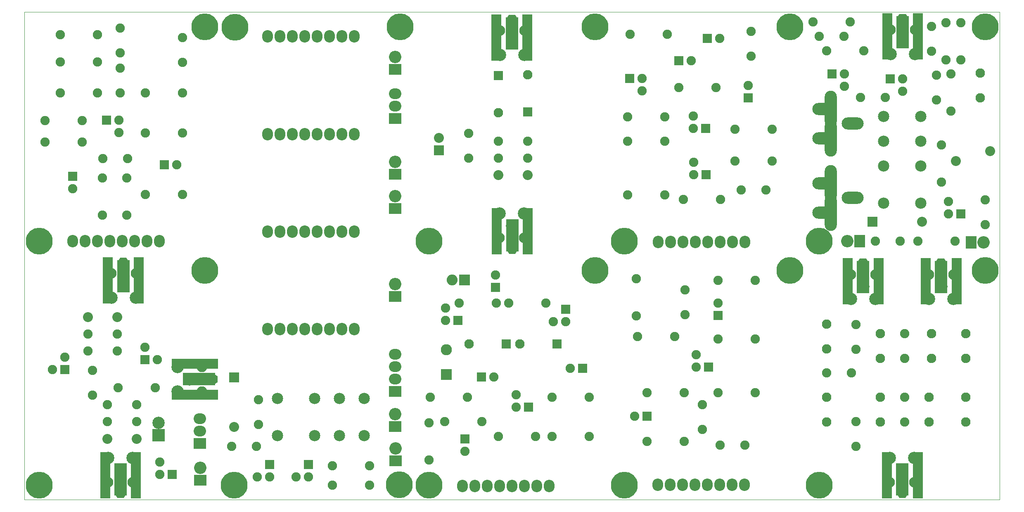
<source format=gts>
G75*
G71*
%MOMM*%
%OFA0B0*%
%FSLAX53Y53*%
%IPPOS*%
%LPD*%
%ADD10R,2.23520X2.54000*%
%ADD11R,1.93040X1.93040*%
%ADD13R,2.23520X2.23520*%
%ADD14C,2.50698*%
%ADD16O,2.23520X2.54000*%
%ADD19O,2.23520X2.23520*%
%ADD20R,2.50698X6.60400*%
%ADD22R,2.54000X2.30800*%
%ADD32R,6.60400X2.50698*%
%ADD33C,2.28600*%
%ADD36R,2.54000X2.23520*%
%ADD37R,2.03200X9.50722*%
%ADD39C,1.90500*%
%ADD45R,2.30800X2.54000*%
%ADD51R,2.03200X2.03200*%
%ADD54C,1.93040*%
%ADD56C,0.15000*%
%ADD57O,2.54000X2.23520*%
%ADD59C,2.10820*%
%ADD60R,9.50722X2.03200*%
%ADD62C,2.03200*%
%ADD63C,2.30632*%
%ADD64C,5.50926*%
%ADD67R,2.28600X2.28600*%
%ADD72R,2.50698X2.50698*%
%ADD74O,2.54000X2.54000*%
%ADD81R,1.90500X1.90500*%
%ADD82O,4.50850X2.50698*%
%ADD83O,2.50698X7.50824*%
X0000000Y0000000D02*
G01*
D56*
D22*
X0036101Y0004030D03*
D74*
X0036101Y0006570D03*
D64*
X0037003Y0047000D03*
X0003000Y0003000D03*
D62*
X0019002Y0037501D03*
X0013002Y0037501D03*
D39*
X0019002Y0034001D03*
X0013002Y0034001D03*
X0019002Y0030501D03*
X0013002Y0030501D03*
D62*
X0017000Y0012500D03*
X0023000Y0012500D03*
D39*
X0017000Y0016000D03*
X0023000Y0016000D03*
X0017000Y0019500D03*
X0023000Y0019500D03*
X0024732Y0031270D03*
D81*
X0024732Y0028730D03*
D39*
X0027272Y0028730D03*
X0026812Y0023000D03*
X0019192Y0023000D03*
D72*
X0027500Y0013231D03*
D14*
X0027500Y0015771D03*
D39*
X0014000Y0021461D03*
X0014000Y0026541D03*
D81*
X0030272Y0005230D03*
D39*
X0027732Y0005230D03*
X0027732Y0007770D03*
X0005730Y0026731D03*
D81*
X0008270Y0026731D03*
D39*
X0008270Y0029271D03*
D60*
X0035001Y0027895D03*
D56*
G36*
X0038640Y0023476D02*
X0038640Y0025983D01*
X0039648Y0025384D01*
X0039648Y0024076D01*
X0038640Y0023476D01*
X0038640Y0023476D01*
G37*
D60*
X0035001Y0021570D03*
D32*
X0035842Y0024730D03*
D14*
X0033901Y0024679D03*
D59*
X0036401Y0022180D03*
X0036401Y0027181D03*
D14*
X0031402Y0027181D03*
X0031402Y0022180D03*
D37*
X0017107Y0044999D03*
D56*
G36*
X0021525Y0048637D02*
X0019018Y0048637D01*
X0019618Y0049646D01*
X0020926Y0049646D01*
X0021525Y0048637D01*
X0021525Y0048637D01*
G37*
D37*
X0023431Y0044999D03*
D20*
X0020272Y0045840D03*
D14*
X0020322Y0043899D03*
D59*
X0022822Y0046398D03*
X0017821Y0046398D03*
D14*
X0017821Y0041400D03*
X0022822Y0041400D03*
D37*
X0022895Y0005002D03*
D56*
G36*
X0018477Y0001363D02*
X0020984Y0001363D01*
X0020385Y0000355D01*
X0019077Y0000355D01*
X0018477Y0001363D01*
X0018477Y0001363D01*
G37*
D37*
X0016571Y0005002D03*
D20*
X0019731Y0004161D03*
D14*
X0019680Y0006101D03*
D59*
X0017180Y0003602D03*
X0022182Y0003602D03*
D14*
X0022182Y0008601D03*
X0017180Y0008601D03*
D36*
X0036001Y0011560D03*
D57*
X0036001Y0014100D03*
X0036001Y0016640D03*
X0000000Y0050000D02*
G01*
D56*
D64*
X0037003Y0097000D03*
X0003000Y0053000D03*
D39*
X0015011Y0083401D03*
X0007391Y0083401D03*
X0011811Y0077801D03*
X0004191Y0077801D03*
X0024790Y0062601D03*
X0032410Y0062601D03*
X0032408Y0075200D03*
X0024788Y0075200D03*
X0015011Y0095400D03*
X0007391Y0095400D03*
X0015011Y0089800D03*
X0007391Y0089800D03*
X0011811Y0073399D03*
X0004191Y0073399D03*
X0032410Y0083401D03*
X0024790Y0083401D03*
X0016002Y0066010D03*
X0016002Y0058390D03*
X0021001Y0066010D03*
X0021001Y0058390D03*
X0019599Y0096741D03*
X0019599Y0091661D03*
X0019601Y0088542D03*
X0019601Y0083462D03*
X0032400Y0094740D03*
X0032400Y0089660D03*
X0016060Y0070000D03*
X0021140Y0070000D03*
D10*
X0030261Y0053000D03*
D16*
X0027721Y0053000D03*
X0025181Y0053000D03*
X0022641Y0053000D03*
X0020101Y0053000D03*
X0017561Y0053000D03*
X0015021Y0053000D03*
X0012481Y0053000D03*
X0009941Y0053000D03*
D81*
X0028731Y0068700D03*
D39*
X0031271Y0068700D03*
D81*
X0009901Y0066370D03*
D39*
X0009901Y0063830D03*
D81*
X0016831Y0077870D03*
D39*
X0019371Y0077870D03*
X0019371Y0075330D03*
X0040000Y0000000D02*
G01*
D56*
D22*
X0076000Y0088230D03*
D74*
X0076000Y0090770D03*
D22*
X0076000Y0066730D03*
D74*
X0076000Y0069270D03*
D22*
X0076000Y0059730D03*
D74*
X0076000Y0062270D03*
D22*
X0076000Y0041730D03*
D74*
X0076000Y0044270D03*
D22*
X0076000Y0015030D03*
D74*
X0076000Y0017570D03*
D22*
X0076100Y0008030D03*
D74*
X0076100Y0010570D03*
D64*
X0043200Y0096900D03*
X0076900Y0003100D03*
X0077000Y0097000D03*
X0043000Y0003000D03*
D39*
X0048000Y0020540D03*
X0048000Y0015460D03*
X0042460Y0011000D03*
X0047540Y0011000D03*
D51*
X0043000Y0025080D03*
D62*
X0043000Y0014920D03*
D10*
X0070160Y0035000D03*
D16*
X0067620Y0035000D03*
X0065080Y0035000D03*
X0062540Y0035000D03*
X0060000Y0035000D03*
X0057460Y0035000D03*
X0054920Y0035000D03*
X0052380Y0035000D03*
X0049840Y0035000D03*
D10*
X0070160Y0055000D03*
D16*
X0067620Y0055000D03*
X0065080Y0055000D03*
X0062540Y0055000D03*
X0060000Y0055000D03*
X0057460Y0055000D03*
X0054920Y0055000D03*
X0052380Y0055000D03*
X0049840Y0055000D03*
D36*
X0076000Y0022190D03*
D57*
X0076000Y0024730D03*
X0076000Y0027270D03*
X0076000Y0029810D03*
D10*
X0070160Y0075000D03*
D16*
X0067620Y0075000D03*
X0065080Y0075000D03*
X0062540Y0075000D03*
X0060000Y0075000D03*
X0057460Y0075000D03*
X0054920Y0075000D03*
X0052380Y0075000D03*
X0049840Y0075000D03*
D10*
X0070160Y0095000D03*
D16*
X0067620Y0095000D03*
X0065080Y0095000D03*
X0062540Y0095000D03*
X0060000Y0095000D03*
X0057460Y0095000D03*
X0054920Y0095000D03*
X0052380Y0095000D03*
X0049840Y0095000D03*
D81*
X0058270Y0007270D03*
D39*
X0058270Y0004730D03*
X0055730Y0004730D03*
D81*
X0050270Y0007270D03*
D39*
X0050270Y0004730D03*
X0047730Y0004730D03*
X0063190Y0003000D03*
X0070810Y0003000D03*
X0063190Y0007000D03*
X0070810Y0007000D03*
D63*
X0069636Y0020810D03*
X0064556Y0020810D03*
X0059476Y0020810D03*
X0069636Y0013190D03*
X0064556Y0013190D03*
X0059476Y0013190D03*
X0051856Y0020810D03*
X0051856Y0013190D03*
D36*
X0076000Y0078160D03*
D57*
X0076000Y0080700D03*
X0076000Y0083240D03*
X0080000Y0000000D02*
G01*
D56*
D64*
X0117003Y0047000D03*
X0083000Y0003000D03*
D39*
X0086190Y0016000D03*
X0093810Y0016000D03*
X0089121Y0040338D03*
X0096741Y0040338D03*
X0099281Y0040338D03*
X0106901Y0040338D03*
X0097191Y0013000D03*
X0104811Y0013000D03*
X0083190Y0021001D03*
X0090810Y0021001D03*
X0083002Y0008189D03*
X0083002Y0015809D03*
X0108191Y0013000D03*
X0115811Y0013000D03*
X0115811Y0021001D03*
X0108191Y0021001D03*
D11*
X0109187Y0031956D03*
D54*
X0101567Y0031956D03*
D11*
X0098773Y0031956D03*
D54*
X0091153Y0031956D03*
D10*
X0110161Y0002800D03*
D16*
X0107621Y0002800D03*
X0105081Y0002800D03*
X0102541Y0002800D03*
X0100001Y0002800D03*
X0097461Y0002800D03*
X0094921Y0002800D03*
X0092381Y0002800D03*
X0089841Y0002800D03*
D13*
X0090271Y0045100D03*
D19*
X0087731Y0045100D03*
D81*
X0090301Y0012470D03*
D39*
X0090301Y0009930D03*
D81*
X0093731Y0025200D03*
D39*
X0096271Y0025200D03*
D81*
X0114471Y0027000D03*
D39*
X0111931Y0027000D03*
D67*
X0086501Y0025660D03*
D33*
X0086501Y0030740D03*
D81*
X0096601Y0043530D03*
D39*
X0096601Y0046070D03*
D81*
X0110965Y0039068D03*
D39*
X0110965Y0036528D03*
X0108425Y0036528D03*
D81*
X0088867Y0036782D03*
D39*
X0086327Y0036782D03*
X0086327Y0039322D03*
D81*
X0103345Y0019002D03*
D39*
X0100805Y0019002D03*
X0100805Y0021542D03*
X0120000Y0000000D02*
G01*
D56*
D64*
X0157003Y0047000D03*
X0123000Y0003000D03*
D39*
X0142192Y0021999D03*
X0149812Y0021999D03*
X0142192Y0044999D03*
X0149812Y0044999D03*
X0125502Y0037689D03*
X0125502Y0045309D03*
X0125692Y0033498D03*
X0133312Y0033498D03*
X0127691Y0021999D03*
X0135311Y0021999D03*
X0127691Y0011999D03*
X0135311Y0011999D03*
X0142192Y0033000D03*
X0149812Y0033000D03*
X0135501Y0037958D03*
X0135501Y0043038D03*
X0139002Y0014460D03*
X0139002Y0019540D03*
X0142662Y0011199D03*
X0147742Y0011199D03*
D10*
X0150161Y0003100D03*
D16*
X0147621Y0003100D03*
X0145081Y0003100D03*
X0142541Y0003100D03*
X0140001Y0003100D03*
X0137461Y0003100D03*
X0134921Y0003100D03*
X0132381Y0003100D03*
X0129841Y0003100D03*
D81*
X0127671Y0017100D03*
D39*
X0125131Y0017100D03*
D81*
X0142201Y0037830D03*
D39*
X0142201Y0040370D03*
D81*
X0140271Y0027230D03*
D39*
X0137731Y0027230D03*
X0137731Y0029770D03*
X0080000Y0050000D02*
G01*
D56*
D64*
X0117003Y0097000D03*
X0083000Y0053000D03*
D51*
X0085032Y0071689D03*
D62*
X0085032Y0074229D03*
D11*
X0103210Y0079561D03*
D54*
X0103210Y0087181D03*
D11*
X0097201Y0087021D03*
D54*
X0097201Y0079401D03*
D39*
X0091120Y0070099D03*
X0091120Y0075179D03*
D62*
X0097170Y0066569D03*
X0103170Y0066569D03*
D39*
X0097170Y0070069D03*
X0103170Y0070069D03*
X0097170Y0073569D03*
X0103170Y0073569D03*
D37*
X0103196Y0055101D03*
D56*
G36*
X0098778Y0051462D02*
X0101284Y0051462D01*
X0100685Y0050454D01*
X0099377Y0050454D01*
X0098778Y0051462D01*
X0098778Y0051462D01*
G37*
D37*
X0096871Y0055101D03*
D20*
X0100031Y0054260D03*
D14*
X0099980Y0056201D03*
D59*
X0097481Y0053701D03*
X0102482Y0053701D03*
D14*
X0102482Y0058700D03*
X0097481Y0058700D03*
D37*
X0096806Y0094799D03*
D56*
G36*
X0101224Y0098438D02*
X0098718Y0098438D01*
X0099317Y0099446D01*
X0100625Y0099446D01*
X0101224Y0098438D01*
X0101224Y0098438D01*
G37*
D37*
X0103131Y0094799D03*
D20*
X0099971Y0095640D03*
D14*
X0100022Y0093699D03*
D59*
X0102521Y0096199D03*
X0097520Y0096199D03*
D14*
X0097520Y0091200D03*
X0102521Y0091200D03*
X0120000Y0050000D02*
G01*
D56*
D64*
X0157003Y0097000D03*
X0123000Y0053000D03*
D39*
X0123690Y0078499D03*
X0131310Y0078499D03*
X0123690Y0062500D03*
X0131310Y0062500D03*
X0135091Y0061600D03*
X0142711Y0061600D03*
X0145692Y0076000D03*
X0153312Y0076000D03*
X0145692Y0069500D03*
X0153312Y0069500D03*
X0123690Y0073500D03*
X0131310Y0073500D03*
X0134191Y0084501D03*
X0141811Y0084501D03*
X0124191Y0095499D03*
X0131811Y0095499D03*
X0149002Y0096040D03*
X0149002Y0090960D03*
X0146962Y0063500D03*
X0152042Y0063500D03*
D81*
X0148401Y0082430D03*
D39*
X0148401Y0084970D03*
D81*
X0134231Y0090000D03*
D39*
X0136771Y0090000D03*
D81*
X0140031Y0094600D03*
D39*
X0142571Y0094600D03*
D10*
X0150261Y0052900D03*
D16*
X0147721Y0052900D03*
X0145181Y0052900D03*
X0142641Y0052900D03*
X0140101Y0052900D03*
X0137561Y0052900D03*
X0135021Y0052900D03*
X0132481Y0052900D03*
X0129941Y0052900D03*
D81*
X0139771Y0066630D03*
D39*
X0137231Y0066630D03*
X0137231Y0069170D03*
D81*
X0139671Y0076130D03*
D39*
X0137131Y0076130D03*
X0137131Y0078670D03*
D81*
X0124131Y0086370D03*
D39*
X0126671Y0086370D03*
X0126671Y0083830D03*
X0160000Y0000000D02*
G01*
D56*
D64*
X0197003Y0047000D03*
X0163000Y0003000D03*
D54*
X0193001Y0028960D03*
X0193001Y0034040D03*
X0186001Y0028960D03*
X0186001Y0034040D03*
X0175501Y0034040D03*
X0175501Y0028960D03*
X0164501Y0030960D03*
X0164501Y0036040D03*
X0164501Y0015960D03*
X0164501Y0021040D03*
X0175501Y0021039D03*
X0175501Y0015959D03*
X0185501Y0015959D03*
X0185501Y0021039D03*
X0193002Y0015959D03*
X0193002Y0021039D03*
D39*
X0180501Y0028960D03*
X0180501Y0034040D03*
X0170501Y0035940D03*
X0170501Y0030860D03*
X0170500Y0016040D03*
X0170500Y0010960D03*
X0164461Y0026000D03*
X0169541Y0026000D03*
X0180500Y0021039D03*
X0180500Y0015959D03*
D37*
X0183196Y0005001D03*
D56*
G36*
X0178778Y0001362D02*
X0181284Y0001362D01*
X0180685Y0000354D01*
X0179377Y0000354D01*
X0178778Y0001362D01*
X0178778Y0001362D01*
G37*
D37*
X0176871Y0005001D03*
D20*
X0180031Y0004160D03*
D14*
X0179980Y0006101D03*
D59*
X0177481Y0003601D03*
X0182482Y0003601D03*
D14*
X0182482Y0008600D03*
X0177481Y0008600D03*
D37*
X0168806Y0044799D03*
D56*
G36*
X0173224Y0048438D02*
X0170718Y0048438D01*
X0171317Y0049446D01*
X0172625Y0049446D01*
X0173224Y0048438D01*
X0173224Y0048438D01*
G37*
D37*
X0175131Y0044799D03*
D20*
X0171971Y0045640D03*
D14*
X0172022Y0043699D03*
D59*
X0174521Y0046199D03*
X0169520Y0046199D03*
D14*
X0169520Y0041200D03*
X0174521Y0041200D03*
D37*
X0184806Y0044799D03*
D56*
G36*
X0189224Y0048438D02*
X0186718Y0048438D01*
X0187317Y0049446D01*
X0188625Y0049446D01*
X0189224Y0048438D01*
X0189224Y0048438D01*
G37*
D37*
X0191131Y0044799D03*
D20*
X0187971Y0045640D03*
D14*
X0188022Y0043699D03*
D59*
X0190521Y0046199D03*
X0185520Y0046199D03*
D14*
X0185520Y0041200D03*
X0190521Y0041200D03*
X0160000Y0050000D02*
G01*
D56*
D45*
X0171270Y0053000D03*
D74*
X0168730Y0053000D03*
D45*
X0194112Y0052810D03*
D74*
X0196652Y0052810D03*
D64*
X0197003Y0097000D03*
X0163000Y0053000D03*
D62*
X0198001Y0071501D03*
X0191001Y0069500D03*
D39*
X0190000Y0079690D03*
X0190000Y0087310D03*
X0188001Y0072809D03*
X0188001Y0065189D03*
X0172111Y0092100D03*
X0164491Y0092100D03*
X0189002Y0090191D03*
X0189002Y0097811D03*
X0192001Y0090191D03*
X0192001Y0097811D03*
X0161692Y0098001D03*
X0169312Y0098001D03*
X0190810Y0053000D03*
X0183190Y0053000D03*
D54*
X0196002Y0082459D03*
X0196002Y0087539D03*
D63*
X0176190Y0078636D03*
X0176190Y0073556D03*
X0176190Y0068476D03*
X0183810Y0078636D03*
X0183810Y0073556D03*
X0183810Y0068476D03*
X0176190Y0060856D03*
X0183810Y0060856D03*
D51*
X0173922Y0057001D03*
D62*
X0184082Y0057001D03*
D39*
X0187000Y0081961D03*
X0187000Y0087041D03*
X0176540Y0082500D03*
X0171460Y0082500D03*
X0186002Y0091961D03*
X0186002Y0097041D03*
X0162962Y0094999D03*
X0168042Y0094999D03*
X0179540Y0053000D03*
X0174460Y0053000D03*
X0197000Y0061539D03*
X0197000Y0056459D03*
D83*
X0165311Y0080132D03*
X0165311Y0074128D03*
D82*
X0169812Y0077130D03*
X0163812Y0074130D03*
X0163812Y0080130D03*
D83*
X0165311Y0064892D03*
X0165311Y0058888D03*
D82*
X0169812Y0061890D03*
X0163812Y0058890D03*
X0163812Y0064890D03*
D37*
X0176906Y0094999D03*
D56*
G36*
X0181324Y0098638D02*
X0178818Y0098638D01*
X0179417Y0099646D01*
X0180725Y0099646D01*
X0181324Y0098638D01*
X0181324Y0098638D01*
G37*
D37*
X0183231Y0094999D03*
D20*
X0180071Y0095840D03*
D14*
X0180122Y0093899D03*
D59*
X0182621Y0096399D03*
X0177620Y0096399D03*
D14*
X0177620Y0091400D03*
X0182621Y0091400D03*
D81*
X0191981Y0058588D03*
D39*
X0189441Y0058588D03*
X0189441Y0061128D03*
D81*
X0177503Y0086274D03*
D39*
X0180043Y0086274D03*
X0180043Y0083734D03*
D81*
X0165565Y0087290D03*
D39*
X0168105Y0087290D03*
X0168105Y0084750D03*
%ADD10C,0.00100*%
D10*
X0000000Y0000000D02*
X0000000Y0100000D01*
X0200000Y0100000D01*
X0200000Y0000000D01*
X0000000Y0000000D01*
M02*

</source>
